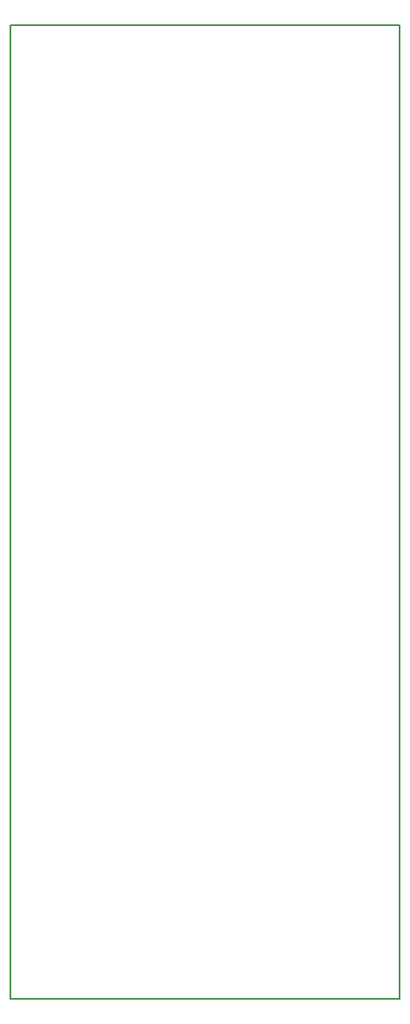
<source format=gbr>
G04 DipTrace 3.0.0.1*
G04 BoardOutline.gbr*
%MOIN*%
G04 #@! TF.FileFunction,Profile*
G04 #@! TF.Part,Single*
%ADD11C,0.006*%
%FSLAX26Y26*%
G04*
G70*
G90*
G75*
G01*
G04 BoardOutline*
%LPD*%
X394016Y394016D2*
D11*
X1890079D1*
Y4134173D1*
X394016D1*
Y394016D1*
M02*

</source>
